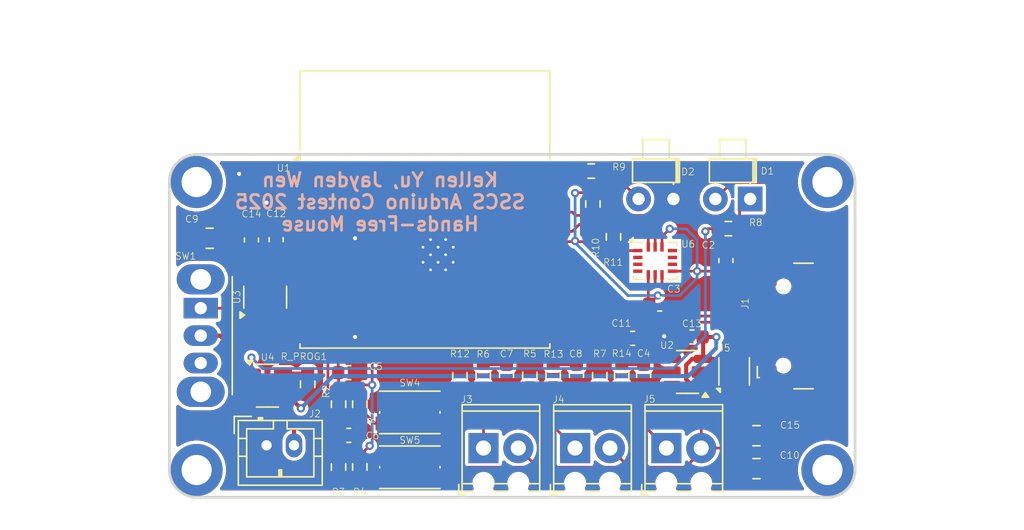
<source format=kicad_pcb>
(kicad_pcb (version 20240108) (generator "pcbnew") (generator_version "8.0")
  (layers (0 "F.Cu" signal) (31 "B.Cu" signal) (34 "B.Paste" user) (35 "F.Paste" user) (36 "B.SilkS" user "B.Silkscreen") (37 "F.SilkS" user "F.Silkscreen") (38 "B.Mask" user) (39 "F.Mask" user) (44 "Edge.Cuts" user))
  (net 0 "")
  (net 1 "GND")
  (net 2 "+3V3")
  (net 3 "/MS3")
  (net 4 "Net-(U1-EN)")
  (net 5 "Net-(U1-IO9)")
  (net 6 "/MS1")
  (net 7 "/MS2")
  (net 8 "+5V")
  (net 9 "Net-(D1-K)")
  (net 10 "Net-(D2-A)")
  (net 12 "/D+")
  (net 13 "/D-")
  (net 15 "Net-(J2-Pin_2)")
  (net 16 "Net-(J3-Pin_1)")
  (net 17 "Net-(J4-Pin_1)")
  (net 18 "Net-(J5-Pin_1)")
  (net 19 "Net-(R1-Pad1)")
  (net 20 "Net-(R3-Pad2)")
  (net 21 "Net-(U4-~{CHRG})")
  (net 22 "Net-(U1-IO0)")
  (net 23 "/SCL")
  (net 24 "/SDA")
  (net 25 "Net-(U4-PROG)")
  (net 27 "Net-(SW1-A)")
  (net 40 "Net-(U2-BP)")
  (net 41 "Net-(U3-BP)")
  (footprint "Capacitor_SMD:C_0603_1608Metric" (layer "F.Cu") (at 167.175 85.5)
    (property "Reference" "C3")
    (property "Value" "100n")
  )
  (footprint "Resistor_SMD:R_0603_1608Metric" (layer "F.Cu") (at 145.3 92.8 90)
    (property "Reference" "R1")
    (property "Value" "1k")
  )
  (footprint "Resistor_SMD:R_0603_1608Metric" (layer "F.Cu") (at 159.4 90.7 90)
    (property "Reference" "R13")
    (property "Value" "1k")
  )
  (footprint "TerminalBlock_Phoenix:TerminalBlock_Phoenix_MPT-0,5-2-2.54_1x02_P2.54mm_Horizontal" (layer "F.Cu") (at 154.32 96)
    (property "Reference" "J3")
    (property "Value" "BT1")
  )
  (footprint "Capacitor_SMD:C_0603_1608Metric" (layer "F.Cu") (at 165.2 88 180)
    (property "Reference" "C11")
    (property "Value" "10n")
  )
  (footprint "Resistor_SMD:R_0603_1608Metric" (layer "F.Cu") (at 152.6 90.725 90)
    (property "Reference" "R12")
    (property "Value" "1k")
  )
  (footprint "Capacitor_SMD:C_0805_2012Metric" (layer "F.Cu") (at 174.225 97.5)
    (property "Reference" "C10")
    (property "Value" "1u")
  )
  (footprint "Resistor_SMD:R_0603_1608Metric" (layer "F.Cu") (at 162.3 78.2 -90)
    (property "Reference" "R10")
    (property "Value" "10k")
  )
  (footprint "Button_Switch_SMD:SW_Push_1P1T_NO_CK_KMR2" (layer "F.Cu") (at 148.95 97.4)
    (property "Reference" "SW5")
    (property "Value" "BOOT")
  )
  (footprint "Capacitor_SMD:C_0603_1608Metric" (layer "F.Cu") (at 166 90.7 -90)
    (property "Reference" "C4")
    (property "Value" "100n")
  )
  (footprint "Capacitor_SMD:C_0603_1608Metric" (layer "F.Cu") (at 139.2 80.8 90)
    (property "Reference" "C12")
    (property "Value" "10n")
  )
  (footprint "Resistor_SMD:R_0603_1608Metric" (layer "F.Cu") (at 172.175 80)
    (property "Reference" "R8")
    (property "Value" "330")
  )
  (footprint "Connector_USB:USB_C_Receptacle_GCT_USB4110" (layer "F.Cu") (at 178.8 87.1 90)
    (property "Reference" "J1")
    (property "Value" "USB_C_Receptacle_USB2.0_14P")
  )
  (footprint "Resistor_SMD:R_0603_1608Metric" (layer "F.Cu") (at 154.3 90.725 90)
    (property "Reference" "R6")
    (property "Value" "1k")
  )
  (footprint "Package_SON:WSON-6-1EP_2x2mm_P0.65mm_EP1x1.6mm" (layer "F.Cu") (at 172.6 90.4125 90)
    (property "Reference" "U5")
    (property "Value" "TVS1400DRV")
  )
  (footprint "MountingHole:MountingHole_2.2mm_M2_DIN965_Pad" (layer "F.Cu") (at 133.4 97.599998)
    (property "Reference" "REF**" (hide yes))
    (property "Value" "MountingHole_2.2mm_M2_DIN965_Pad")
  )
  (footprint "Resistor_SMD:R_0603_1608Metric" (layer "F.Cu") (at 163.8 80.6 90)
    (property "Reference" "R11")
    (property "Value" "10k")
  )
  (footprint "MountingHole:MountingHole_2.2mm_M2_DIN965_Pad" (layer "F.Cu") (at 133.399999 76.599997)
    (property "Reference" "REF**" (hide yes))
    (property "Value" "MountingHole_2.2mm_M2_DIN965_Pad")
  )
  (footprint "Package_TO_SOT_SMD:SOT-23-5" (layer "F.Cu") (at 138.4 85 90)
    (property "Reference" "U3")
    (property "Value" "SPX3819M5-L-3-3")
  )
  (footprint "Capacitor_SMD:C_0603_1608Metric" (layer "F.Cu") (at 169.525 87.9 180)
    (property "Reference" "C13")
    (property "Value" "100n")
  )
  (footprint "TerminalBlock_Phoenix:TerminalBlock_Phoenix_MPT-0,5-2-2.54_1x02_P2.54mm_Horizontal" (layer "F.Cu") (at 167.66 96)
    (property "Reference" "J5")
    (property "Value" "BT3")
  )
  (footprint "Package_TO_SOT_SMD:SOT-23-5" (layer "F.Cu") (at 169.2 90.45 180)
    (property "Reference" "U2")
    (property "Value" "SPX3819M5-L-3-3")
  )
  (footprint "Capacitor_SMD:C_0805_2012Metric" (layer "F.Cu") (at 134.35 80.7 180)
    (property "Reference" "C9")
    (property "Value" "1u")
  )
  (footprint "Capacitor_SMD:C_0603_1608Metric" (layer "F.Cu") (at 144.5 90.5)
    (property "Reference" "C5")
    (property "Value" "100n")
  )
  (footprint "TerminalBlock_Phoenix:TerminalBlock_Phoenix_MPT-0,5-2-2.54_1x02_P2.54mm_Horizontal" (layer "F.Cu") (at 161 96)
    (property "Reference" "J4")
    (property "Value" "BT2")
  )
  (footprint "Resistor_SMD:R_0603_1608Metric" (layer "F.Cu") (at 145.3 97.375 -90)
    (property "Reference" "R4")
    (property "Value" "1k")
  )
  (footprint "Capacitor_SMD:C_0603_1608Metric" (layer "F.Cu") (at 161.1 90.7 -90)
    (property "Reference" "C8")
    (property "Value" "100n")
  )
  (footprint "Button_Switch_SMD:SW_Push_1P1T_NO_CK_KMR2" (layer "F.Cu") (at 148.95 93.4)
    (property "Reference" "SW4")
    (property "Value" "RST")
  )
  (footprint "Resistor_SMD:R_0603_1608Metric" (layer "F.Cu") (at 141.5 91.35 -90)
    (property "Reference" "R_PROG1")
    (property "Value" "2k")
  )
  (footprint "Resistor_SMD:R_0603_1608Metric" (layer "F.Cu") (at 162.8 90.725 90)
    (property "Reference" "R7")
    (property "Value" "1k")
  )
  (footprint "Resistor_SMD:R_0603_1608Metric" (layer "F.Cu") (at 143.75 92.8 -90)
    (property "Reference" "R2")
    (property "Value" "1k")
  )
  (footprint "LED_THT:LED_D1.8mm_W1.8mm_H2.4mm_Horizontal_O1.27mm_Z1.6mm" (layer "F.Cu") (at 173.77 77.835 180)
    (property "Reference" "D1")
    (property "Value" "BAT_LED")
  )
  (footprint "MountingHole:MountingHole_2.2mm_M2_DIN965_Pad" (layer "F.Cu") (at 179.4 97.599998)
    (property "Reference" "REF**" (hide yes))
    (property "Value" "MountingHole_2.2mm_M2_DIN965_Pad")
  )
  (footprint "Capacitor_SMD:C_0603_1608Metric" (layer "F.Cu") (at 137.4 80.825 90)
    (property "Reference" "C14")
    (property "Value" "100n")
  )
  (footprint "MountingHole:MountingHole_2.2mm_M2_DIN965_Pad" (layer "F.Cu") (at 179.4 76.599998)
    (property "Reference" "REF**" (hide yes))
    (property "Value" "MountingHole_2.2mm_M2_DIN965_Pad")
  )
  (footprint "Connector_JST:JST_PH_B2B-PH-K_1x02_P2.00mm_Vertical" (layer "F.Cu") (at 138.5 95.8)
    (property "Reference" "J2")
    (property "Value" "BAT")
  )
  (footprint "Capacitor_SMD:C_0603_1608Metric" (layer "F.Cu") (at 172 82.325 90)
    (property "Reference" "C2")
    (property "Value" "100n")
  )
  (footprint "Package_LGA:Bosch_LGA-14_3x2.5mm_P0.5mm" (layer "F.Cu") (at 166.8375 82.35)
    (property "Reference" "U6")
    (property "Value" "~")
  )
  (footprint "Capacitor_SMD:C_0603_1608Metric" (layer "F.Cu") (at 144.5 95.075)
    (property "Reference" "C6")
    (property "Value" "100n")
  )
  (footprint "Resistor_SMD:R_0603_1608Metric" (layer "F.Cu") (at 143.75 97.375 -90)
    (property "Reference" "R3")
    (property "Value" "1k")
  )
  (footprint "Capacitor_SMD:C_0805_2012Metric" (layer "F.Cu") (at 174.225 95.1)
    (property "Reference" "C15")
    (property "Value" "1u")
  )
  (footprint "Button_Switch_THT:SW_Slide_SPDT_Angled_CK_OS102011MA1Q" (layer "F.Cu") (at 133.7 85.8 -90)
    (property "Reference" "SW1")
    (property "Value" "SW_SPDT")
  )
  (footprint "Resistor_SMD:R_0603_1608Metric" (layer "F.Cu") (at 162.175 75.8 180)
    (property "Reference" "R9")
    (property "Value" "1k")
  )
  (footprint "LED_THT:LED_D1.8mm_W1.8mm_H2.4mm_Horizontal_O1.27mm_Z1.6mm" (layer "F.Cu") (at 168.17 77.835 180)
    (property "Reference" "D2")
    (property "Value" "STATUS_LED")
  )
  (footprint "Capacitor_SMD:C_0603_1608Metric" (layer "F.Cu") (at 156 90.7 -90)
    (property "Reference" "C7")
    (property "Value" "100n")
  )
  (footprint "Resistor_SMD:R_0603_1608Metric" (layer "F.Cu") (at 157.7 90.7 90)
    (property "Reference" "R5")
    (property "Value" "1k")
  )
  (footprint "RF_Module:ESP32-C3-WROOM-02" (layer "F.Cu") (at 150.05 81.7)
    (property "Reference" "U1")
    (property "Value" "ESP32-C3-WROOM-02")
  )
  (footprint "Package_TO_SOT_SMD:TSOT-23-5" (layer "F.Cu") (at 138.5625 91.45)
    (property "Reference" "U4")
    (property "Value" "LTC4054ES5-4.2")
  )
  (footprint "Resistor_SMD:R_0603_1608Metric" (layer "F.Cu") (at 164.4 90.725 90)
    (property "Reference" "R14")
    (property "Value" "1k")
  )
  (gr_arc (start 181.414214 97.585786) (mid 180.828428 99) (end 179.414214 99.585786) (stroke (width 0.2)) (layer "Edge.Cuts"))
  (gr_line (start 131.414214 97.585788) (end 131.414214 76.585785) (stroke (width 0.2)) (layer "Edge.Cuts"))
  (gr_arc (start 179.414214 74.585786) (mid 180.828428 75.171572) (end 181.414214 76.585786) (stroke (width 0.2)) (layer "Edge.Cuts"))
  (gr_arc (start 133.414213 99.585786) (mid 132 99) (end 131.414214 97.585788) (stroke (width 0.2)) (layer "Edge.Cuts"))
  (gr_arc (start 131.414214 76.585785) (mid 132 75.171572) (end 133.414212 74.585786) (stroke (width 0.2)) (layer "Edge.Cuts"))
  (gr_line (start 179.414214 99.585786) (end 133.414213 99.585786) (stroke (width 0.2)) (layer "Edge.Cuts"))
  (gr_line (start 181.414214 97.585786) (end 181.414214 76.585786) (stroke (width 0.2)) (layer "Edge.Cuts"))
  (gr_line (start 179.414214 74.585786) (end 133.414212 74.585786) (stroke (width 0.2)) (layer "Edge.Cuts"))
  (gr_text "Kellen Yu, Jayden Wen\nSSCS Arduino Contest 2025\nHands-Free Mouse" (at 146.775 80.25 0) (layer "B.SilkS") (effects (font (size 1 1) (thickness 0.2) (bold yes)) (justify bottom mirror)))
  (segment (start 167.3375 83.3625) (end 167.3375 84.3375) (width 0.2) (layer "F.Cu") (net 1))
  (segment (start 166.8375 83.3625) (end 166.8375 84.2625) (width 0.2) (layer "F.Cu") (net 1))
  (via (at 144.95 87.9) (size 0.6) (drill 0.3) (layers "F.Cu" "B.Cu") (net 1))
  (via (at 138.5 78.1) (size 0.6) (drill 0.3) (layers "F.Cu" "B.Cu") (net 1))
  (via (at 167.5 87.85) (size 0.6) (drill 0.3) (layers "F.Cu" "B.Cu") (net 1))
  (via (at 136.5 76) (size 0.6) (drill 0.3) (layers "F.Cu" "B.Cu") (net 1))
  (via (at 144.95 80.7) (size 0.6) (drill 0.3) (layers "F.Cu" "B.Cu") (net 1))
  (segment (start 146.2 91.4) (end 145.6 91.4) (width 0.2) (layer "F.Cu") (net 2))
  (segment (start 164.94 97.4) (end 169.06 97.4) (width 0.2) (layer "F.Cu") (net 2))
  (segment (start 163.8 81.425) (end 163.325 80.95) (width 0.2) (layer "F.Cu") (net 2))
  (segment (start 135.3 82.1) (end 135.3 80.7) (width 0.2) (layer "F.Cu") (net 2))
  (segment (start 135.3 80.7) (end 135.3 79) (width 0.2) (layer "F.Cu") (net 2))
  (segment (start 146.022452 95.840761) (end 146.009239 95.840761) (width 0.2) (layer "F.Cu") (net 2))
  (segment (start 142.3 75.7) (end 141.3 75.7) (width 0.2) (layer "F.Cu") (net 2))
  (segment (start 137.45 83.8625) (end 137.0625 83.8625) (width 0.2) (layer "F.Cu") (net 2))
  (segment (start 173.275 97.5) (end 171.775 96) (width 0.2) (layer "F.Cu") (net 2))
  (segment (start 146.15 79.55) (end 142.3 75.7) (width 0.2) (layer "F.Cu") (net 2))
  (segment (start 170.2 96.26) (end 170.2 96) (width 0.2) (layer "F.Cu") (net 2))
  (segment (start 163.975 81.6) (end 163.8 81.425) (width 0.2) (layer "F.Cu") (net 2))
  (segment (start 167.35 81.325) (end 167.3375 81.3375) (width 0.2) (layer "F.Cu") (net 2))
  (segment (start 137.0625 83.8625) (end 135.3 82.1) (width 0.2) (layer "F.Cu") (net 2))
  (segment (start 163.54 96) (end 164.94 97.4) (width 0.2) (layer "F.Cu") (net 2))
  (segment (start 163.325 80.95) (end 154.35 80.95) (width 0.2) (layer "F.Cu") (net 2))
  (segment (start 158.26 97.4) (end 158.3 97.4) (width 0.2) (layer "F.Cu") (net 2))
  (segment (start 166.3375 83.3625) (end 166.3375 85.4375) (width 0.2) (layer "F.Cu") (net 2))
  (segment (start 161 77.4) (end 161.025 77.375) (width 0.2) (layer "F.Cu") (net 2))
  (segment (start 156.86 96) (end 158.26 97.4) (width 0.2) (layer "F.Cu") (net 2))
  (segment (start 145.3 91.7) (end 145.3 91.975) (width 0.2) (layer "F.Cu") (net 2))
  (segment (start 167.3375 80.575148) (end 167.9 80.012648) (width 0.2) (layer "F.Cu") (net 2))
  (segment (start 171.775 96) (end 170.2 96) (width 0.2) (layer "F.Cu") (net 2))
  (segment (start 135.3 79) (end 138.6 75.7) (width 0.2) (layer "F.Cu") (net 2))
  (segment (start 146.6 79.2) (end 146.2 79.6) (width 0.2) (layer "F.Cu") (net 2))
  (segment (start 169.06 97.4) (end 170.2 96.26) (width 0.2) (layer "F.Cu") (net 2))
  (segment (start 166.4 85.5) (end 167.025 84.875) (width 0.2) (layer "F.Cu") (net 2))
  (segment (start 167.3375 81.3375) (end 167.3375 80.575148) (width 0.2) (layer "F.Cu") (net 2))
  (segment (start 172 83) (end 172 83.1) (width 0.2) (layer "F.Cu") (net 2))
  (segment (start 166.3375 85.4375) (end 166.4 85.5) (width 0.2) (layer "F.Cu") (net 2))
  (segment (start 146.15 97.4) (end 158.3 97.4) (width 0.2) (layer "F.Cu") (net 2))
  (segment (start 165.575 81.6) (end 163.975 81.6) (width 0.2) (layer "F.Cu") (net 2))
  (segment (start 170.2 93.5375) (end 170.2 96) (width 0.2) (layer "F.Cu") (net 2))
  (segment (start 168.0625 91.4) (end 170.2 93.5375) (width 0.2) (layer "F.Cu") (net 2))
  (segment (start 152.6 79.2) (end 146.6 79.2) (width 0.2) (layer "F.Cu") (net 2))
  (segment (start 168.1 83.1) (end 172 83.1) (width 0.2) (layer "F.Cu") (net 2))
  (segment (start 145.3 96.55) (end 146.15 97.4) (width 0.2) (layer "F.Cu") (net 2))
  (segment (start 146.009239 95.840761) (end 145.3 96.55) (width 0.2) (layer "F.Cu") (net 2))
  (segment (start 146.2 79.6) (end 146.2 91.4) (width 0.2) (layer "F.Cu") (net 2))
  (segment (start 138.6 75.7) (end 141.3 75.7) (width 0.2) (layer "F.Cu") (net 2))
  (segment (start 154.35 80.95) (end 152.6 79.2) (width 0.2) (layer "F.Cu") (net 2))
  (segment (start 158.3 97.4) (end 164.94 97.4) (width 0.2) (layer "F.Cu") (net 2))
  (segment (start 161.025 77.375) (end 162.3 77.375) (width 0.2) (layer "F.Cu") (net 2))
  (segment (start 145.6 91.4) (end 145.3 91.7) (width 0.2) (layer "F.Cu") (net 2))
  (via (at 167.025 84.875) (size 0.6) (drill 0.3) (layers "F.Cu" "B.Cu") (net 2))
  (via (at 146.022452 95.840761) (size 0.6) (drill 0.3) (layers "F.Cu" "B.Cu") (net 2))
  (via (at 161 77.4) (size 0.6) (drill 0.3) (layers "F.Cu" "B.Cu") (net 2))
  (via (at 167.9 80.012648) (size 0.6) (drill 0.3) (layers "F.Cu" "B.Cu") (net 2))
  (via (at 169.9 83.1) (size 0.6) (drill 0.3) (layers "F.Cu" "B.Cu") (net 2))
  (via (at 146.2 91.4) (size 0.6) (drill 0.3) (layers "F.Cu" "B.Cu") (net 2))
  (via (at 161 80.9) (size 0.6) (drill 0.3) (layers "F.Cu" "B.Cu") (net 2))
  (segment (start 161 81.025) (end 164.85 84.875) (width 0.2) (layer "B.Cu") (net 2))
  (segment (start 161 77.4) (end 161 80.9) (width 0.2) (layer "B.Cu") (net 2))
  (segment (start 168.625 84.875) (end 169.9 83.6) (width 0.2) (layer "B.Cu") (net 2))
  (segment (start 164.85 84.875) (end 167.025 84.875) (width 0.2) (layer "B.Cu") (net 2))
  (segment (start 167.025 84.875) (end 168.625 84.875) (width 0.2) (layer "B.Cu") (net 2))
  (segment (start 161 80.9) (end 161 81.025) (width 0.2) (layer "B.Cu") (net 2))
  (segment (start 146.022452 95.840761) (end 146.2 95.663213) (width 0.2) (layer "B.Cu") (net 2))
  (segment (start 169.9 83.1) (end 169.9 80.8) (width 0.2) (layer "B.Cu") (net 2))
  (segment (start 169.9 83.6) (end 169.9 83.1) (width 0.2) (layer "B.Cu") (net 2))
  (segment (start 146.2 95.663213) (end 146.2 91.4) (width 0.2) (layer "B.Cu") (net 2))
  (segment (start 169.9 80.8) (end 169.112648 80.012648) (width 0.2) (layer "B.Cu") (net 2))
  (segment (start 169.112648 80.012648) (end 167.9 80.012648) (width 0.2) (layer "B.Cu") (net 2))
  (segment (start 166 89.925) (end 164.425 89.925) (width 0.2) (layer "F.Cu") (net 3))
  (segment (start 159.2 84.7) (end 158.8 84.7) (width 0.2) (layer "F.Cu") (net 3))
  (segment (start 164.425 89.925) (end 164.4 89.9) (width 0.2) (layer "F.Cu") (net 3))
  (segment (start 164.4 89.9) (end 159.2 84.7) (width 0.2) (layer "F.Cu") (net 3))
  (segment (start 143.75 90.525) (end 143.725 90.5) (width 0.2) (layer "F.Cu") (net 4))
  (segment (start 143.725 90.5) (end 143.725 78.525) (width 0.2) (layer "F.Cu") (net 4))
  (segment (start 143.75 91.975) (end 143.75 90.525) (width 0.2) (layer "F.Cu") (net 4))
  (segment (start 143.725 78.525) (end 142.4 77.2) (width 0.2) (layer "F.Cu") (net 4))
  (segment (start 142.4 77.2) (end 141.3 77.2) (width 0.2) (layer "F.Cu") (net 4))
  (segment (start 142.975 94.325) (end 142.975 86.775) (width 0.2) (layer "F.Cu") (net 5))
  (segment (start 143.725 95.075) (end 142.975 94.325) (width 0.2) (layer "F.Cu") (net 5))
  (segment (start 143.75 95.1) (end 143.725 95.075) (width 0.2) (layer "F.Cu") (net 5))
  (segment (start 143.75 96.55) (end 143.75 95.1) (width 0.2) (layer "F.Cu") (net 5))
  (segment (start 142.4 86.2) (end 141.3 86.2) (width 0.2) (layer "F.Cu") (net 5))
  (segment (start 142.975 86.775) (end 142.4 86.2) (width 0.2) (layer "F.Cu") (net 5))
  (segment (start 156 89.3) (end 157.6 87.7) (width 0.2) (layer "F.Cu") (net 6))
  (segment (start 154.325 89.925) (end 154.3 89.9) (width 0.2) (layer "F.Cu") (net 6))
  (segment (start 156 89.925) (end 154.325 89.925) (width 0.2) (layer "F.Cu") (net 6))
  (segment (start 157.6 87.7) (end 158.8 87.7) (width 0.2) (layer "F.Cu") (net 6))
  (segment (start 156 89.925) (end 156 89.3) (width 0.2) (layer "F.Cu") (net 6))
  (segment (start 159.9 86.2) (end 158.8 86.2) (width 0.2) (layer "F.Cu") (net 7))
  (segment (start 161.1 87.4) (end 159.9 86.2) (width 0.2) (layer "F.Cu") (net 7))
  (segment (start 161.1 89.925) (end 159.45 89.925) (width 0.2) (layer "F.Cu") (net 7))
  (segment (start 159.45 89.925) (end 159.4 89.875) (width 0.2) (layer "F.Cu") (net 7))
  (segment (start 161.1 89.925) (end 161.1 87.4) (width 0.2) (layer "F.Cu") (net 7))
  (segment (start 171 91.4) (end 173.25 93.65) (width 0.3) (layer "F.Cu") (net 8))
  (segment (start 176.6 85.605001) (end 176.995 85.210001) (width 0.2) (layer "F.Cu") (net 8))
  (segment (start 176.995 85.210001) (end 176.995 78.66) (width 0.2) (layer "F.Cu") (net 8))
  (segment (start 170.3375 89.5) (end 169.5375 89.5) (width 0.3) (layer "F.Cu") (net 8))
  (segment (start 176.6 88.47741) (end 175.57741 89.5) (width 0.2) (layer "F.Cu") (net 8))
  (segment (start 140.3 92.4) (end 141 93.1) (width 0.3) (layer "F.Cu") (net 8))
  (segment (start 171.975 89.5) (end 171.95 89.525) (width 0.2) (layer "F.Cu") (net 8))
  (segment (start 175.57741 89.5) (end 175.12 89.5) (width 0.2) (layer "F.Cu") (net 8))
  (segment (start 170.3 87.9) (end 171.3 87.9) (width 0.3) (layer "F.Cu") (net 8))
  (segment (start 170.3375 87.9375) (end 170.3 87.9) (width 0.3) (layer "F.Cu") (net 8))
  (segment (start 174.97 76.635) (end 172.43 76.635) (width 0.2) (layer "F.Cu") (net 8))
  (segment (start 139.7 92.4) (end 140.3 92.4) (width 0.3) (layer "F.Cu") (net 8))
  (segment (start 169.1 89.9375) (end 169.1 91) (width 0.3) (layer "F.Cu") (net 8))
  (segment (start 175.694999 84.7) (end 176.6 85.605001) (width 0.2) (layer "F.Cu") (net 8))
  (segment (start 172.43 76.635) (end 171.23 77.835) (width 0.2) (layer "F.Cu") (net 8))
  (segment (start 170.3375 89.5) (end 175.12 89.5) (width 0.3) (layer "F.Cu") (net 8))
  (segment (start 170.3375 91.4) (end 171 91.4) (width 0.3) (layer "F.Cu") (net 8))
  (segment (start 169.5 91.4) (end 170.3375 91.4) (width 0.3) (layer "F.Cu") (net 8))
  (segment (start 169.5375 89.5) (end 169.1 89.9375) (width 0.3) (layer "F.Cu") (net 8))
  (segment (start 170.3375 89.5) (end 170.3375 87.9375) (width 0.3) (layer "F.Cu") (net 8))
  (segment (start 176.995 78.66) (end 174.97 76.635) (width 0.2) (layer "F.Cu") (net 8))
  (segment (start 169.1 91) (end 169.5 91.4) (width 0.3) (layer "F.Cu") (net 8))
  (segment (start 171.925 89.5) (end 171.95 89.525) (width 0.2) (layer "F.Cu") (net 8))
  (segment (start 175.12 84.7) (end 175.694999 84.7) (width 0.2) (layer "F.Cu") (net 8))
  (segment (start 176.6 85.605001) (end 176.6 88.47741) (width 0.2) (layer "F.Cu") (net 8))
  (segment (start 173.25 93.65) (end 173.25 95.15) (width 0.3) (layer "F.Cu") (net 8))
  (via (at 171.3 87.9) (size 0.6) (drill 0.3) (layers "F.Cu" "B.Cu") (net 8))
  (via (at 141 93.1) (size 0.6) (drill 0.3) (layers "F.Cu" "B.Cu") (net 8))
  (segment (start 143.35 90.75) (end 169.25 90.75) (width 0.3) (layer "B.Cu") (net 8))
  (segment (start 169.25 90.75) (end 171.3 88.7) (width 0.3) (layer "B.Cu") (net 8))
  (segment (start 171.3 88.7) (end 171.3 87.9) (width 0.3) (layer "B.Cu") (net 8))
  (segment (start 141 93.1) (end 143.35 90.75) (width 0.3) (layer "B.Cu") (net 8))
  (segment (start 173 78.605) (end 173.77 77.835) (width 0.2) (layer "F.Cu") (net 9))
  (segment (start 173 80) (end 173 78.605) (width 0.2) (layer "F.Cu") (net 9))
  (segment (start 163.595 75.8) (end 163 75.8) (width 0.2) (layer "F.Cu") (net 10))
  (segment (start 165.63 77.835) (end 163.595 75.8) (width 0.2) (layer "F.Cu") (net 10))
  (segment (start 160.5 81.7) (end 158.8 81.7) (width 0.2) (layer "F.Cu") (net 12))
  (segment (start 175.72741 86.35) (end 175.12 86.35) (width 0.2) (layer "F.Cu") (net 12))
  (segment (start 175.12 86.35) (end 174.257499 86.35) (width 0.2) (layer "F.Cu") (net 12))
  (segment (start 175.995 87.105) (end 175.995 86.61759) (width 0.2) (layer "F.Cu") (net 12))
  (segment (start 174.232499 86.375) (end 165.175 86.375) (width 0.2) (layer "F.Cu") (net 12))
  (segment (start 175.995 86.61759) (end 175.72741 86.35) (width 0.2) (layer "F.Cu") (net 12))
  (segment (start 165.175 86.375) (end 160.5 81.7) (width 0.2) (layer "F.Cu") (net 12))
  (segment (start 174.257499 86.35) (end 174.232499 86.375) (width 0.2) (layer "F.Cu") (net 12))
  (segment (start 175.75 87.35) (end 175.995 87.105) (width 0.2) (layer "F.Cu") (net 12))
  (segment (start 175.12 87.35) (end 175.75 87.35) (width 0.2) (layer "F.Cu") (net 12))
  (segment (start 165.059314 86.825) (end 174.232499 86.825) (width 0.2) (layer "F.Cu") (net 13))
  (segment (start 163.400233 85.165919) (end 165.059314 86.825) (width 0.2) (layer "F.Cu") (net 13))
  (segment (start 175.12 87.85) (end 174.51259 87.85) (width 0.2) (layer "F.Cu") (net 13))
  (segment (start 161.434314 83.2) (end 161.739819 83.505505) (width 0.2) (layer "F.Cu") (net 13))
  (segment (start 174.232499 86.825) (end 174.257499 86.85) (width 0.2) (layer "F.Cu") (net 13))
  (segment (start 158.8 83.2) (end 160.797273 83.2) (width 0.2) (layer "F.Cu") (net 13))
  (segment (start 174.51259 86.85) (end 175.12 86.85) (width 0.2) (layer "F.Cu") (net 13))
  (segment (start 161.739819 84.044257) (end 161.894706 84.199144) (width 0.2) (layer "F.Cu") (net 13))
  (segment (start 160.797273 83.2) (end 161.016773 83.2) (width 0.2) (layer "F.Cu") (net 13))
  (segment (start 174.245 87.11759) (end 174.51259 86.85) (width 0.2) (layer "F.Cu") (net 13))
  (segment (start 174.257499 86.85) (end 175.12 86.85) (width 0.2) (layer "F.Cu") (net 13))
  (segment (start 174.51259 87.85) (end 174.245 87.58241) (width 0.2) (layer "F.Cu") (net 13))
  (segment (start 162.588347 84.354033) (end 163.400233 85.165919) (width 0.2) (layer "F.Cu") (net 13))
  (segment (start 161.016773 83.2) (end 161.434314 83.2) (width 0.2) (layer "F.Cu") (net 13))
  (segment (start 162.433459 84.199144) (end 162.588347 84.354033) (width 0.2) (layer "F.Cu") (net 13))
  (segment (start 174.245 87.58241) (end 174.245 87.11759) (width 0.2) (layer "F.Cu") (net 13))
  (arc (start 161.739819 83.774881) (mid 161.684029 83.909569) (end 161.739819 84.044257) (width 0.2) (layer "F.Cu") (net 13))
  (arc (start 162.164083 84.199144) (mid 162.298771 84.143354) (end 162.433459 84.199144) (width 0.2) (layer "F.Cu") (net 13))
  (arc (start 161.894706 84.199144) (mid 162.029395 84.254933) (end 162.164083 84.199144) (width 0.2) (layer "F.Cu") (net 13))
  (arc (start 161.739819 83.505505) (mid 161.795609 83.640193) (end 161.739819 83.774881) (width 0.2) (layer "F.Cu") (net 13))
  (segment (start 140.5 94.65) (end 140.5 95.8) (width 0.3) (layer "F.Cu") (net 15))
  (segment (start 137.425 93.45) (end 138 94.025) (width 0.3) (layer "F.Cu") (net 15))
  (segment (start 138 94.025) (end 139.875 94.025) (width 0.3) (layer "F.Cu") (net 15))
  (segment (start 139.875 94.025) (end 140.5 94.65) (width 0.3) (layer "F.Cu") (net 15))
  (segment (start 136.1 92.1) (end 136.1 88.8) (width 0.3) (layer "F.Cu") (net 15))
  (segment (start 136.1 88.8) (end 135.1 87.8) (width 0.3) (layer "F.Cu") (net 15))
  (segment (start 135.1 87.8) (end 133.7 87.8) (width 0.3) (layer "F.Cu") (net 15))
  (segment (start 137.425 92.4) (end 137.425 93.45) (width 0.3) (layer "F.Cu") (net 15))
  (segment (start 137.425 92.4) (end 136.4 92.4) (width 0.3) (layer "F.Cu") (net 15))
  (segment (start 136.4 92.4) (end 136.1 92.1) (width 0.3) (layer "F.Cu") (net 15))
  (segment (start 154.32 91.57) (end 154.3 91.55) (width 0.2) (layer "F.Cu") (net 16))
  (segment (start 154.32 96) (end 154.32 91.57) (width 0.2) (layer "F.Cu") (net 16))
  (segment (start 152.6 91.55) (end 154.3 91.55) (width 0.2) (layer "F.Cu") (net 16))
  (segment (start 159.4 91.525) (end 159.4 94.4) (width 0.2) (layer "F.Cu") (net 17))
  (segment (start 159.4 94.4) (end 161 96) (width 0.2) (layer "F.Cu") (net 17))
  (segment (start 159.4 91.525) (end 157.7 91.525) (width 0.2) (layer "F.Cu") (net 17))
  (segment (start 164.4 91.55) (end 164.4 92.74) (width 0.2) (layer "F.Cu") (net 18))
  (segment (start 162.8 91.55) (end 164.4 91.55) (width 0.2) (layer "F.Cu") (net 18))
  (segment (start 164.4 92.74) (end 167.66 96) (width 0.2) (layer "F.Cu") (net 18))
  (segment (start 145.825 93.625) (end 145.3 93.625) (width 0.2) (layer "F.Cu") (net 19))
  (segment (start 146.875 94.225) (end 146.9 94.2) (width 0.2) (layer "F.Cu") (net 19))
  (segment (start 146.9 94.2) (end 146.4 94.2) (width 0.2) (layer "F.Cu") (net 19))
  (segment (start 146.4 94.2) (end 145.825 93.625) (width 0.2) (layer "F.Cu") (net 19))
  (segment (start 146.55 94.2) (end 150.65 94.2) (width 0.2) (layer "F.Cu") (net 19))
  (segment (start 143.75 93.625) (end 145.3 93.625) (width 0.2) (layer "F.Cu") (net 19))
  (segment (start 145.3 98.2) (end 146.9 98.2) (width 0.2) (layer "F.Cu") (net 20))
  (segment (start 145.3 98.2) (end 143.75 98.2) (width 0.2) (layer "F.Cu") (net 20))
  (segment (start 146.55 98.2) (end 150.65 98.2) (width 0.2) (layer "F.Cu") (net 20))
  (segment (start 170.7 80) (end 171.35 80) (width 0.2) (layer "F.Cu") (net 21))
  (segment (start 137.4 89.4) (end 137.4 90.475) (width 0.2) (layer "F.Cu") (net 21))
  (segment (start 137.4 90.475) (end 137.425 90.5) (width 0.2) (layer "F.Cu") (net 21))
  (segment (start 170.5 80.2) (end 170.7 80) (width 0.2) (layer "F.Cu") (net 21))
  (via (at 137.4 89.4) (size 0.6) (drill 0.3) (layers "F.Cu" "B.Cu") (net 21))
  (via (at 170.5 80.2) (size 0.6) (drill 0.3) (layers "F.Cu" "B.Cu") (net 21))
  (segment (start 138.2 90.2) (end 137.4 89.4) (width 0.2) (layer "B.Cu") (net 21))
  (segment (start 170.5 80.2) (end 170.5 87.851471) (width 0.2) (layer "B.Cu") (net 21))
  (segment (start 170.5 87.851471) (end 168.151471 90.2) (width 0.2) (layer "B.Cu") (net 21))
  (segment (start 168.151471 90.2) (end 138.2 90.2) (width 0.2) (layer "B.Cu") (net 21))
  (segment (start 161.25 75.7) (end 161.35 75.8) (width 0.2) (layer "F.Cu") (net 22))
  (segment (start 158.8 75.7) (end 161.25 75.7) (width 0.2) (layer "F.Cu") (net 22))
  (segment (start 158.8 78.7) (end 158.9 78.8) (width 0.2) (layer "F.Cu") (net 23))
  (segment (start 166.035 79.035) (end 166.8375 79.8375) (width 0.2) (layer "F.Cu") (net 23))
  (segment (start 158.9 78.8) (end 160.798529 78.8) (width 0.2) (layer "F.Cu") (net 23))
  (segment (start 160.798529 78.8) (end 161.033529 79.035) (width 0.2) (layer "F.Cu") (net 23))
  (segment (start 166.8375 79.8375) (end 166.8375 81.3375) (width 0.2) (layer "F.Cu") (net 23))
  (segment (start 161.033529 79.035) (end 166.035 79.035) (width 0.2) (layer "F.Cu") (net 23))
  (segment (start 161.298529 79.7) (end 160.798529 80.2) (width 0.2) (layer "F.Cu") (net 24))
  (segment (start 166.3375 80.3375) (end 165.7 79.7) (width 0.2) (layer "F.Cu") (net 24))
  (segment (start 160.798529 80.2) (end 158.8 80.2) (width 0.2) (layer "F.Cu") (net 24))
  (segment (start 165.7 79.7) (end 161.298529 79.7) (width 0.2) (layer "F.Cu") (net 24))
  (segment (start 166.3375 81.3375) (end 166.3375 80.3375) (width 0.2) (layer "F.Cu") (net 24))
  (segment (start 139.725 90.525) (end 139.7 90.5) (width 0.2) (layer "F.Cu") (net 25))
  (segment (start 141.5 90.525) (end 139.725 90.525) (width 0.2) (layer "F.Cu") (net 25))
  (segment (start 139.7 90.5) (end 140.2 90.5) (width 0.2) (layer "F.Cu") (net 25))
  (segment (start 139.35 85.35) (end 139.35 86.1375) (width 0.2) (layer "F.Cu") (net 27))
  (segment (start 137.1125 85.8) (end 133.7 85.8) (width 0.2) (layer "F.Cu") (net 27))
  (segment (start 137.45 85.784448) (end 137.45 86.1375) (width 0.2) (layer "F.Cu") (net 27))
  (segment (start 137.4 81.6) (end 137.4 82.509448) (width 0.2) (layer "F.Cu") (net 27))
  (segment (start 138.05 83.159448) (end 138.05 85.184448) (width 0.2) (layer "F.Cu") (net 27))
  (segment (start 139.175 85.175) (end 139.35 85.35) (width 0.2) (layer "F.Cu") (net 27))
  (segment (start 138.05 85.184448) (end 137.45 85.784448) (width 0.2) (layer "F.Cu") (net 27))
  (segment (start 137.4 82.509448) (end 138.05 83.159448) (width 0.2) (layer "F.Cu") (net 27))
  (segment (start 137.45 86.1375) (end 137.1125 85.8) (width 0.2) (layer "F.Cu") (net 27))
  (segment (start 138.059448 85.175) (end 139.175 85.175) (width 0.2) (layer "F.Cu") (net 27))
  (segment (start 138.05 85.184448) (end 138.059448 85.175) (width 0.2) (layer "F.Cu") (net 27))
  (segment (start 167.6 89.5) (end 166.1 88) (width 0.2) (layer "F.Cu") (net 40))
  (segment (start 166.1 88) (end 165.975 88) (width 0.2) (layer "F.Cu") (net 40))
  (segment (start 168.0625 89.5) (end 167.6 89.5) (width 0.2) (layer "F.Cu") (net 40))
  (segment (start 139.35 83.8625) (end 139.35 81.725) (width 0.2) (layer "F.Cu") (net 41))
  (segment (start 139.35 81.725) (end 139.2 81.575) (width 0.2) (layer "F.Cu") (net 41))
  (zone (net 0) (net_name "") (layers "F.Cu" "B.Cu") (connect_pads (clearance 0)) (min_thickness 0.25)
    (keepout (tracks allowed) (vias not_allowed) (pads allowed) (copperpour not_allowed) (footprints allowed))
    (fill (thermal_gap 0.5) (thermal_bridge_width 0.5))
    (polygon (pts (xy 164.95 83.95) (xy 164.95 80.75) (xy 168.75 80.75) (xy 168.75 83.95)))
  )
  (zone (net 1) (net_name "GND") (layers "F.Cu" "B.Cu") (connect_pads yes (clearance 0.25)) (min_thickness 0.25) (fill yes (thermal_gap 0.25) (thermal_bridge_width 0.25))
    (polygon (pts (xy 130 102) (xy 130 70) (xy 190.1 69.9) (xy 190.1 101.8) (xy 130.2 102)))
  )
)
</source>
